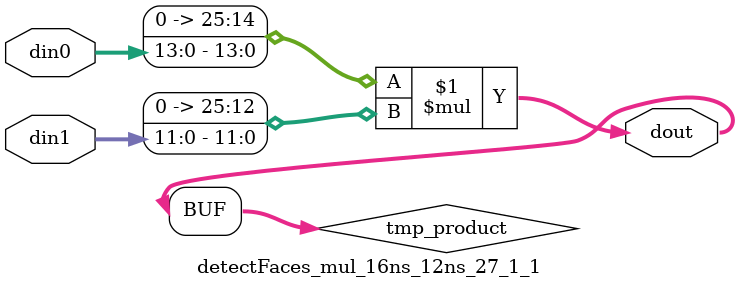
<source format=v>

`timescale 1 ns / 1 ps

 module detectFaces_mul_16ns_12ns_27_1_1(din0, din1, dout);
parameter ID = 1;
parameter NUM_STAGE = 0;
parameter din0_WIDTH = 14;
parameter din1_WIDTH = 12;
parameter dout_WIDTH = 26;

input [din0_WIDTH - 1 : 0] din0; 
input [din1_WIDTH - 1 : 0] din1; 
output [dout_WIDTH - 1 : 0] dout;

wire signed [dout_WIDTH - 1 : 0] tmp_product;
























assign tmp_product = $signed({1'b0, din0}) * $signed({1'b0, din1});











assign dout = tmp_product;





















endmodule

</source>
